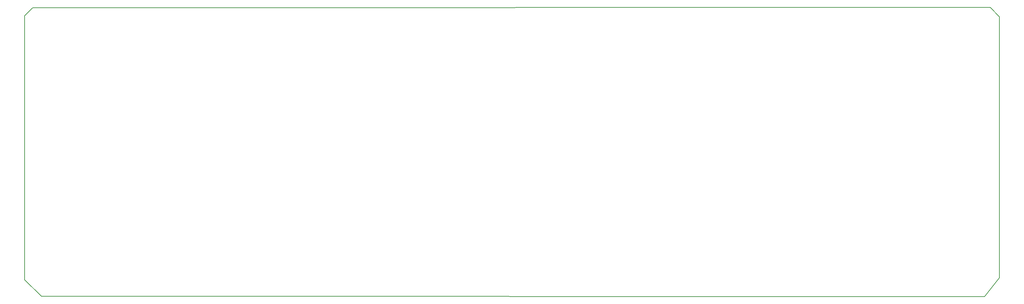
<source format=gbr>
G04 #@! TF.GenerationSoftware,KiCad,Pcbnew,(5.1.4-0-10_14)*
G04 #@! TF.CreationDate,2020-06-13T19:46:11-07:00*
G04 #@! TF.ProjectId,TG4xhotswap,54473478-686f-4747-9377-61702e6b6963,rev?*
G04 #@! TF.SameCoordinates,Original*
G04 #@! TF.FileFunction,Profile,NP*
%FSLAX46Y46*%
G04 Gerber Fmt 4.6, Leading zero omitted, Abs format (unit mm)*
G04 Created by KiCad (PCBNEW (5.1.4-0-10_14)) date 2020-06-13 19:46:11*
%MOMM*%
%LPD*%
G04 APERTURE LIST*
%ADD10C,0.150000*%
G04 APERTURE END LIST*
D10*
X258775000Y-16275000D02*
X256525000Y-13925000D01*
X258775000Y-16275000D02*
X258800000Y-81950000D01*
X18161000Y-86664800D02*
X255075000Y-86675000D01*
X13970000Y-16002000D02*
X13970000Y-82473800D01*
X13970000Y-82473800D02*
X18161000Y-86664800D01*
X13970000Y-16002000D02*
X16002000Y-13970000D01*
X258800000Y-81950000D02*
X255075000Y-86675000D01*
X16002000Y-13970000D02*
X256525000Y-13925000D01*
M02*

</source>
